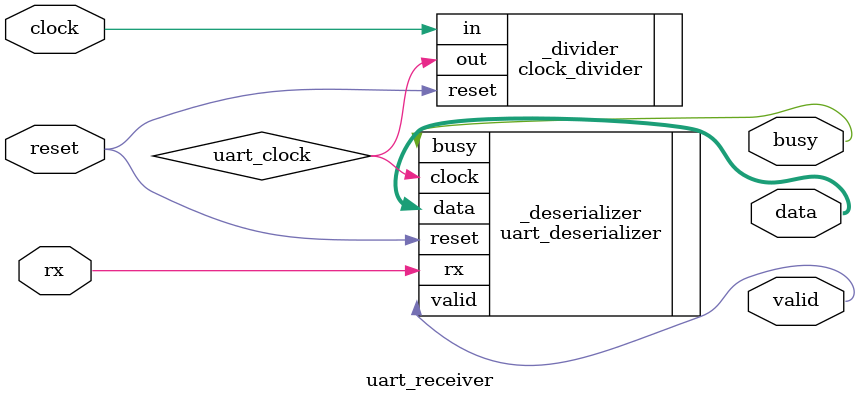
<source format=v>
module uart_receiver(rx, clock, reset, data, valid, busy);
  parameter integer IF = 50000000;
  parameter integer UF = 9600;
  parameter integer W = 8;
  parameter integer Mode = 0; // 0: lsb -> msb; 1: msb -> lsb
  parameter integer Parity = 0; // 0 = none; 1 = odd; 2 = even
  parameter integer Precision = 1; // 2+this subtacts are contained in one uart tact; the middle tact is where the value is read
  input rx, clock, reset;
  output [W-1:0] data;
  output valid, busy;
  
  wire uart_clock;
  
  clock_divider #(
    .IF(IF),
    .OF(UF*(Precision+2))
  )
  _divider(
    .in(clock),
    .reset(reset),
    .out(uart_clock)
  );
  
  uart_deserializer #(
    .W(W),
    .Mode(Mode),
    .Parity(Parity),
    .Precision(Precision)
  )
  _deserializer(
    .rx(rx),
    .clock(uart_clock),
    .reset(reset),
    .data(data),
    .valid(valid),
    .busy(busy)
  );
endmodule

</source>
